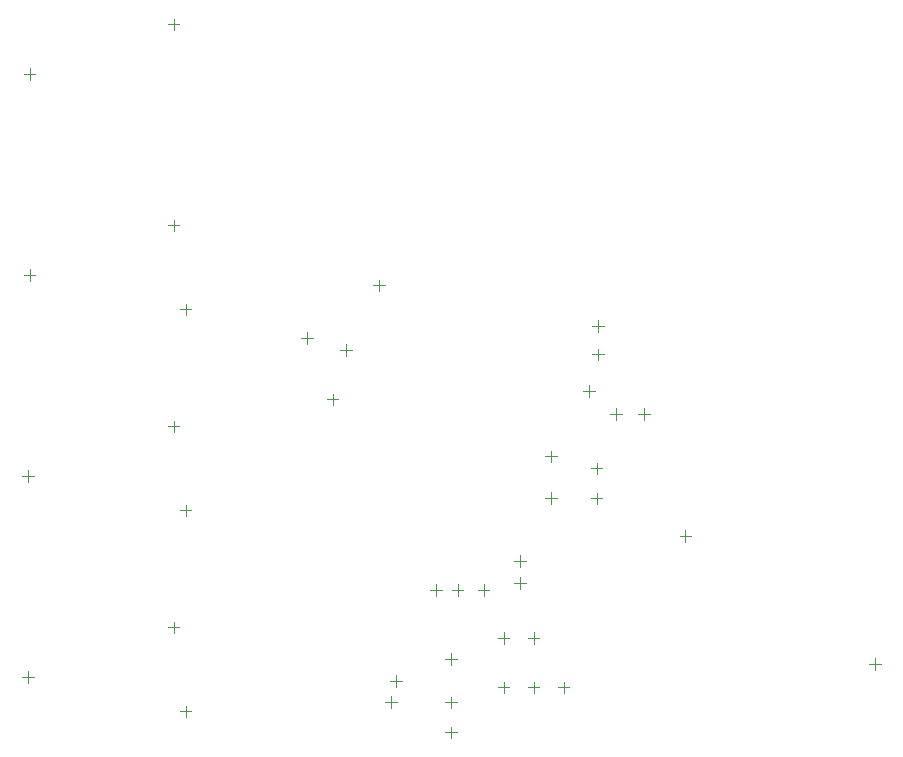
<source format=gbr>
%TF.GenerationSoftware,Altium Limited,Altium Designer,25.3.3 (18)*%
G04 Layer_Color=16711935*
%FSLAX45Y45*%
%MOMM*%
%TF.SameCoordinates,ACD2DE35-000D-4175-8758-006393140AE5*%
%TF.FilePolarity,Positive*%
%TF.FileFunction,Other,Top_Component_Center*%
%TF.Part,Single*%
G01*
G75*
%TA.AperFunction,NonConductor*%
%ADD58C,0.10000*%
D58*
X12970000Y4550000D02*
Y4650000D01*
X12920000Y4600000D02*
X13020000D01*
X13530000Y5500003D02*
Y5600003D01*
X13480003Y5550000D02*
X13580003D01*
X13700000D02*
X13800000D01*
X13750000Y5500000D02*
Y5600000D01*
X13350000Y5500003D02*
Y5600003D01*
X13300003Y5550000D02*
X13400002D01*
X14010416Y5792212D02*
X14110416D01*
X14060416Y5742213D02*
Y5842212D01*
X13474699Y4915703D02*
Y5015702D01*
X13424702Y4965700D02*
X13524702D01*
X14060001Y5560000D02*
Y5660000D01*
X14010001Y5610000D02*
X14110001D01*
X11176803Y7924800D02*
X11276802D01*
X11226800Y7874803D02*
Y7974802D01*
X14719299Y7493803D02*
Y7593802D01*
X14669302Y7543800D02*
X14769302D01*
X15060001Y7040000D02*
X15160001D01*
X15110001Y6990000D02*
Y7090000D01*
X14820000Y7041539D02*
X14920000D01*
X14870000Y6991539D02*
Y7091539D01*
X15410001Y6010000D02*
X15510001D01*
X15460001Y5960000D02*
Y6060000D01*
X14656602Y6324600D02*
X14756602D01*
X14706599Y6274603D02*
Y6374602D01*
X14270000Y6330000D02*
X14370000D01*
X14320000Y6280000D02*
Y6380000D01*
X9893300Y6465103D02*
Y6565102D01*
X9843303Y6515100D02*
X9943302D01*
X9906000Y9868703D02*
Y9968702D01*
X9856003Y9918700D02*
X9956002D01*
X11226800Y4471203D02*
Y4571202D01*
X11176803Y4521200D02*
X11276802D01*
X11226800Y6173003D02*
Y6273002D01*
X11176803Y6223000D02*
X11276802D01*
X9843303Y4813300D02*
X9943302D01*
X9893300Y4763303D02*
Y4863302D01*
X9856003Y8216900D02*
X9956002D01*
X9906000Y8166903D02*
Y8266902D01*
X11075203Y5232400D02*
X11175202D01*
X11125200Y5182403D02*
Y5282402D01*
X11075203Y6934200D02*
X11175202D01*
X11125200Y6884203D02*
Y6984202D01*
X11075203Y8636000D02*
X11175202D01*
X11125200Y8586003D02*
Y8686002D01*
X11075203Y10337800D02*
X11175202D01*
X11125200Y10287803D02*
Y10387802D01*
X14706599Y6528603D02*
Y6628602D01*
X14656602Y6578600D02*
X14756602D01*
X14270003Y6680000D02*
X14370003D01*
X14320000Y6630003D02*
Y6730003D01*
X12535703Y7581900D02*
X12635702D01*
X12585700Y7531903D02*
Y7631902D01*
X14643100Y7183603D02*
Y7283602D01*
X14593103Y7233600D02*
X14693102D01*
X14123203Y4724400D02*
X14223203D01*
X14173199Y4674403D02*
Y4774402D01*
X17066798Y4871700D02*
Y4971699D01*
X17016801Y4921702D02*
X17116801D01*
X14173199Y5093503D02*
Y5193502D01*
X14123203Y5143500D02*
X14223203D01*
X13919200Y5093503D02*
Y5193502D01*
X13869203Y5143500D02*
X13969202D01*
X14719299Y7735103D02*
Y7835102D01*
X14669302Y7785100D02*
X14769302D01*
X12471400Y7112803D02*
Y7212802D01*
X12421403Y7162800D02*
X12521402D01*
X12205503Y7683500D02*
X12305502D01*
X12255500Y7633503D02*
Y7733502D01*
X12960004Y4780000D02*
X13060002D01*
X13010001Y4730003D02*
Y4830003D01*
X13424702Y4597400D02*
X13524702D01*
X13474699Y4547403D02*
Y4647402D01*
X12815103Y8128000D02*
X12915102D01*
X12865100Y8078003D02*
Y8178002D01*
X13424702Y4343400D02*
X13524702D01*
X13474699Y4293403D02*
Y4393402D01*
X13919200Y4674403D02*
Y4774402D01*
X13869203Y4724400D02*
X13969202D01*
X14427200Y4674403D02*
Y4774402D01*
X14377203Y4724400D02*
X14477202D01*
%TF.MD5,8d04b55bf761bdd8d82d67b5d14296fc*%
M02*

</source>
